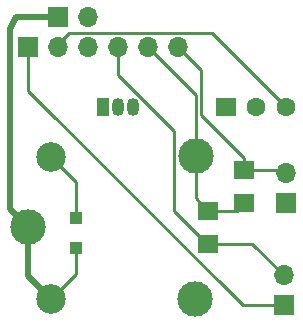
<source format=gbr>
G04 #@! TF.GenerationSoftware,KiCad,Pcbnew,(5.0.1)-rc2*
G04 #@! TF.CreationDate,2018-11-18T17:10:58-07:00*
G04 #@! TF.ProjectId,RPI_zeroW_shield,5250495F7A65726F575F736869656C64,rev?*
G04 #@! TF.SameCoordinates,Original*
G04 #@! TF.FileFunction,Copper,L2,Bot,Signal*
G04 #@! TF.FilePolarity,Positive*
%FSLAX46Y46*%
G04 Gerber Fmt 4.6, Leading zero omitted, Abs format (unit mm)*
G04 Created by KiCad (PCBNEW (5.0.1)-rc2) date 11/18/2018 5:10:58 PM*
%MOMM*%
%LPD*%
G01*
G04 APERTURE LIST*
G04 #@! TA.AperFunction,SMDPad,CuDef*
%ADD10R,1.000000X1.000000*%
G04 #@! TD*
G04 #@! TA.AperFunction,ComponentPad*
%ADD11C,2.500000*%
G04 #@! TD*
G04 #@! TA.AperFunction,ComponentPad*
%ADD12C,3.000000*%
G04 #@! TD*
G04 #@! TA.AperFunction,ComponentPad*
%ADD13O,1.050000X1.500000*%
G04 #@! TD*
G04 #@! TA.AperFunction,ComponentPad*
%ADD14R,1.050000X1.500000*%
G04 #@! TD*
G04 #@! TA.AperFunction,SMDPad,CuDef*
%ADD15R,1.798320X1.597660*%
G04 #@! TD*
G04 #@! TA.AperFunction,ComponentPad*
%ADD16R,1.700000X1.700000*%
G04 #@! TD*
G04 #@! TA.AperFunction,ComponentPad*
%ADD17O,1.700000X1.700000*%
G04 #@! TD*
G04 #@! TA.AperFunction,ComponentPad*
%ADD18R,1.700000X1.600000*%
G04 #@! TD*
G04 #@! TA.AperFunction,ComponentPad*
%ADD19C,1.600000*%
G04 #@! TD*
G04 #@! TA.AperFunction,Conductor*
%ADD20C,0.250000*%
G04 #@! TD*
G04 #@! TA.AperFunction,Conductor*
%ADD21C,0.500000*%
G04 #@! TD*
G04 APERTURE END LIST*
D10*
G04 #@! TO.P,D1,1*
G04 #@! TO.N,Net-(D1-Pad1)*
X123444000Y-72918000D03*
G04 #@! TO.P,D1,2*
G04 #@! TO.N,/5v_IN*
X123444000Y-75418000D03*
G04 #@! TD*
D11*
G04 #@! TO.P,K1,2*
G04 #@! TO.N,/5v_IN*
X121330000Y-79710000D03*
D12*
G04 #@! TO.P,K1,3*
G04 #@! TO.N,Net-(J3-Pad2)*
X133530000Y-79710000D03*
G04 #@! TO.P,K1,4*
G04 #@! TO.N,GND*
X133580000Y-67660000D03*
D11*
G04 #@! TO.P,K1,5*
G04 #@! TO.N,Net-(D1-Pad1)*
X121330000Y-67710000D03*
D12*
G04 #@! TO.P,K1,1*
G04 #@! TO.N,/5v_IN*
X119380000Y-73660000D03*
G04 #@! TD*
D13*
G04 #@! TO.P,Q1,2*
G04 #@! TO.N,Net-(Q1-Pad2)*
X127000000Y-63500000D03*
G04 #@! TO.P,Q1,3*
G04 #@! TO.N,GND*
X128270000Y-63500000D03*
D14*
G04 #@! TO.P,Q1,1*
G04 #@! TO.N,Net-(D1-Pad1)*
X125730000Y-63500000D03*
G04 #@! TD*
D15*
G04 #@! TO.P,R2,1*
G04 #@! TO.N,/Reed_P17*
X137668000Y-68828920D03*
G04 #@! TO.P,R2,2*
G04 #@! TO.N,GND*
X137668000Y-71628000D03*
G04 #@! TD*
G04 #@! TO.P,R3,1*
G04 #@! TO.N,/Button_P4*
X134620000Y-75059540D03*
G04 #@! TO.P,R3,2*
G04 #@! TO.N,GND*
X134620000Y-72260460D03*
G04 #@! TD*
D16*
G04 #@! TO.P,J1,1*
G04 #@! TO.N,/5v_IN*
X121920000Y-55880000D03*
D17*
G04 #@! TO.P,J1,2*
G04 #@! TO.N,N/C*
X124460000Y-55880000D03*
G04 #@! TD*
D16*
G04 #@! TO.P,J2,1*
G04 #@! TO.N,/3V3_IN*
X119380000Y-58420000D03*
D17*
G04 #@! TO.P,J2,2*
G04 #@! TO.N,/ServoPWM_P2*
X121920000Y-58420000D03*
G04 #@! TO.P,J2,3*
G04 #@! TO.N,/Relay_P3*
X124460000Y-58420000D03*
G04 #@! TO.P,J2,4*
G04 #@! TO.N,/Button_P4*
X127000000Y-58420000D03*
G04 #@! TO.P,J2,5*
G04 #@! TO.N,GND*
X129540000Y-58420000D03*
G04 #@! TO.P,J2,6*
G04 #@! TO.N,/Reed_P17*
X132080000Y-58420000D03*
G04 #@! TD*
D18*
G04 #@! TO.P,J3,1*
G04 #@! TO.N,GND*
X136144000Y-63500000D03*
D19*
G04 #@! TO.P,J3,2*
G04 #@! TO.N,Net-(J3-Pad2)*
X138684000Y-63500000D03*
G04 #@! TO.P,J3,3*
G04 #@! TO.N,/ServoPWM_P2*
X141224000Y-63500000D03*
G04 #@! TD*
D17*
G04 #@! TO.P,J4,2*
G04 #@! TO.N,/Reed_P17*
X141224000Y-69088000D03*
D16*
G04 #@! TO.P,J4,1*
G04 #@! TO.N,/3V3_IN*
X141224000Y-71628000D03*
G04 #@! TD*
G04 #@! TO.P,J5,1*
G04 #@! TO.N,/3V3_IN*
X141025001Y-80264000D03*
D17*
G04 #@! TO.P,J5,2*
G04 #@! TO.N,/Button_P4*
X141025001Y-77724000D03*
G04 #@! TD*
D20*
G04 #@! TO.N,Net-(D1-Pad1)*
X123444000Y-69824000D02*
X121330000Y-67710000D01*
X123444000Y-72918000D02*
X123444000Y-69824000D01*
D21*
G04 #@! TO.N,/5v_IN*
X119380000Y-77760000D02*
X121330000Y-79710000D01*
X119380000Y-73660000D02*
X119380000Y-77760000D01*
D20*
X123444000Y-77596000D02*
X123444000Y-75418000D01*
X121330000Y-79710000D02*
X123444000Y-77596000D01*
D21*
X117880001Y-72160001D02*
X119380000Y-73660000D01*
X117856000Y-71120000D02*
X117880001Y-72160001D01*
X117856000Y-56896000D02*
X117856000Y-71120000D01*
X121920000Y-55880000D02*
X118364000Y-55880000D01*
X118364000Y-55880000D02*
X117856000Y-56896000D01*
D20*
G04 #@! TO.N,GND*
X133580000Y-67660000D02*
X133580000Y-62460000D01*
X133580000Y-62460000D02*
X129540000Y-58420000D01*
X133580000Y-71220460D02*
X134620000Y-72260460D01*
X133580000Y-67660000D02*
X133580000Y-71220460D01*
X137035540Y-72260460D02*
X137668000Y-71628000D01*
X134620000Y-72260460D02*
X137035540Y-72260460D01*
G04 #@! TO.N,/3V3_IN*
X139925001Y-80264000D02*
X141025001Y-80264000D01*
X137541468Y-80264000D02*
X139925001Y-80264000D01*
X119380000Y-62102532D02*
X137541468Y-80264000D01*
X119380000Y-58420000D02*
X119380000Y-62102532D01*
G04 #@! TO.N,/ServoPWM_P2*
X140374001Y-62650001D02*
X141224000Y-63500000D01*
X134968999Y-57244999D02*
X140374001Y-62650001D01*
X122840003Y-57244999D02*
X134968999Y-57244999D01*
X121920000Y-58165002D02*
X122840003Y-57244999D01*
X121920000Y-58420000D02*
X121920000Y-58165002D01*
G04 #@! TO.N,/Button_P4*
X138360541Y-75059540D02*
X141025001Y-77724000D01*
X134620000Y-75059540D02*
X138360541Y-75059540D01*
X134519670Y-75059540D02*
X134620000Y-75059540D01*
X131754999Y-72294869D02*
X134519670Y-75059540D01*
X131754999Y-65557904D02*
X131754999Y-72294869D01*
X127000000Y-60802905D02*
X131754999Y-65557904D01*
X127000000Y-58420000D02*
X127000000Y-60802905D01*
G04 #@! TO.N,/Reed_P17*
X140964920Y-68828920D02*
X141224000Y-69088000D01*
X137668000Y-68828920D02*
X140964920Y-68828920D01*
X137668000Y-67780090D02*
X137668000Y-68828920D01*
X134030009Y-64142099D02*
X137668000Y-67780090D01*
X134030009Y-60370009D02*
X134030009Y-64142099D01*
X132080000Y-58420000D02*
X134030009Y-60370009D01*
G04 #@! TD*
M02*

</source>
